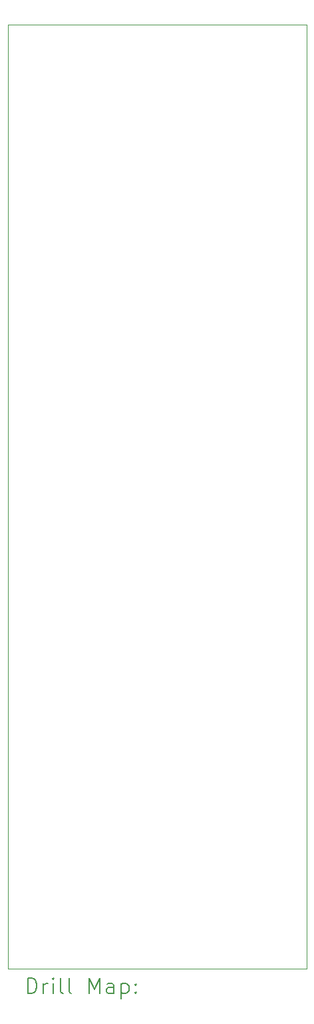
<source format=gbr>
%TF.GenerationSoftware,KiCad,Pcbnew,6.0.8-f2edbf62ab~116~ubuntu20.04.1*%
%TF.CreationDate,2022-11-01T19:33:54+01:00*%
%TF.ProjectId,temp,74656d70-2e6b-4696-9361-645f70636258,rev?*%
%TF.SameCoordinates,Original*%
%TF.FileFunction,Drillmap*%
%TF.FilePolarity,Positive*%
%FSLAX45Y45*%
G04 Gerber Fmt 4.5, Leading zero omitted, Abs format (unit mm)*
G04 Created by KiCad (PCBNEW 6.0.8-f2edbf62ab~116~ubuntu20.04.1) date 2022-11-01 19:33:54*
%MOMM*%
%LPD*%
G01*
G04 APERTURE LIST*
%ADD10C,0.100000*%
%ADD11C,0.200000*%
G04 APERTURE END LIST*
D10*
X11700000Y-15400000D02*
X15500000Y-15400000D01*
X15500000Y-15400000D02*
X15500000Y-3400000D01*
X15500000Y-3400000D02*
X11700000Y-3400000D01*
X11700000Y-3400000D02*
X11700000Y-15400000D01*
D11*
X11952619Y-15715476D02*
X11952619Y-15515476D01*
X12000238Y-15515476D01*
X12028809Y-15525000D01*
X12047857Y-15544048D01*
X12057381Y-15563095D01*
X12066905Y-15601190D01*
X12066905Y-15629762D01*
X12057381Y-15667857D01*
X12047857Y-15686905D01*
X12028809Y-15705952D01*
X12000238Y-15715476D01*
X11952619Y-15715476D01*
X12152619Y-15715476D02*
X12152619Y-15582143D01*
X12152619Y-15620238D02*
X12162143Y-15601190D01*
X12171667Y-15591667D01*
X12190714Y-15582143D01*
X12209762Y-15582143D01*
X12276428Y-15715476D02*
X12276428Y-15582143D01*
X12276428Y-15515476D02*
X12266905Y-15525000D01*
X12276428Y-15534524D01*
X12285952Y-15525000D01*
X12276428Y-15515476D01*
X12276428Y-15534524D01*
X12400238Y-15715476D02*
X12381190Y-15705952D01*
X12371667Y-15686905D01*
X12371667Y-15515476D01*
X12505000Y-15715476D02*
X12485952Y-15705952D01*
X12476428Y-15686905D01*
X12476428Y-15515476D01*
X12733571Y-15715476D02*
X12733571Y-15515476D01*
X12800238Y-15658333D01*
X12866905Y-15515476D01*
X12866905Y-15715476D01*
X13047857Y-15715476D02*
X13047857Y-15610714D01*
X13038333Y-15591667D01*
X13019286Y-15582143D01*
X12981190Y-15582143D01*
X12962143Y-15591667D01*
X13047857Y-15705952D02*
X13028809Y-15715476D01*
X12981190Y-15715476D01*
X12962143Y-15705952D01*
X12952619Y-15686905D01*
X12952619Y-15667857D01*
X12962143Y-15648809D01*
X12981190Y-15639286D01*
X13028809Y-15639286D01*
X13047857Y-15629762D01*
X13143095Y-15582143D02*
X13143095Y-15782143D01*
X13143095Y-15591667D02*
X13162143Y-15582143D01*
X13200238Y-15582143D01*
X13219286Y-15591667D01*
X13228809Y-15601190D01*
X13238333Y-15620238D01*
X13238333Y-15677381D01*
X13228809Y-15696428D01*
X13219286Y-15705952D01*
X13200238Y-15715476D01*
X13162143Y-15715476D01*
X13143095Y-15705952D01*
X13324048Y-15696428D02*
X13333571Y-15705952D01*
X13324048Y-15715476D01*
X13314524Y-15705952D01*
X13324048Y-15696428D01*
X13324048Y-15715476D01*
X13324048Y-15591667D02*
X13333571Y-15601190D01*
X13324048Y-15610714D01*
X13314524Y-15601190D01*
X13324048Y-15591667D01*
X13324048Y-15610714D01*
M02*

</source>
